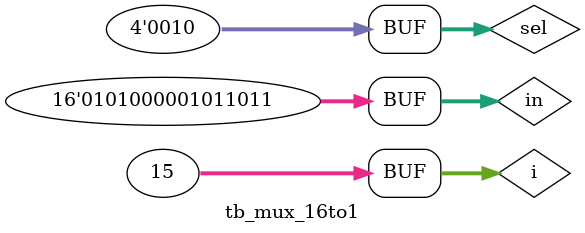
<source format=v>
module mux_16to1(in, out, sel);

	input [15:0] in;
	input [3:0] sel;
	output reg out;
	
	always @(*)
		begin
			case (sel)
				4'b0000: out = in[0];
				4'b0001: out = in[1];
				4'b0010: out = in[2];
				4'b0011: out = in[3];
				4'b0100: out = in[4];
				4'b0101: out = in[5];
				4'b0110: out = in[6];
				4'b0111: out = in[7];
				4'b1000: out = in[8];
				4'b1001: out = in[9];
				4'b1010: out = in[10];
				4'b1011: out = in[11];
				4'b1100: out = in[12];
				4'b1101: out = in[13];
				4'b1110: out = in[14];
				4'b1111: out = in[15];
			endcase
		end

endmodule 

// testbench for mux_16to1
`timescale 1ns / 1ns

module tb_mux_16to1();
	reg [15:0] in;
	wire out;
	reg [3:0] sel;
	integer i;
	
	mux_16to1 m(in, out, sel);
	
	initial
		begin
			in = 16'b0101000001011111;
			sel = 0;
			// scan through all the input bits
			for (i = 0; i < 15; i=i+1)
				begin
					#20 sel = sel + 1;
				end
			// see what happens when sel is kept the same, but input bit changes
			#20 sel = 2;
			#20 in = 16'b0101000001011011;
		end
	
endmodule 
</source>
